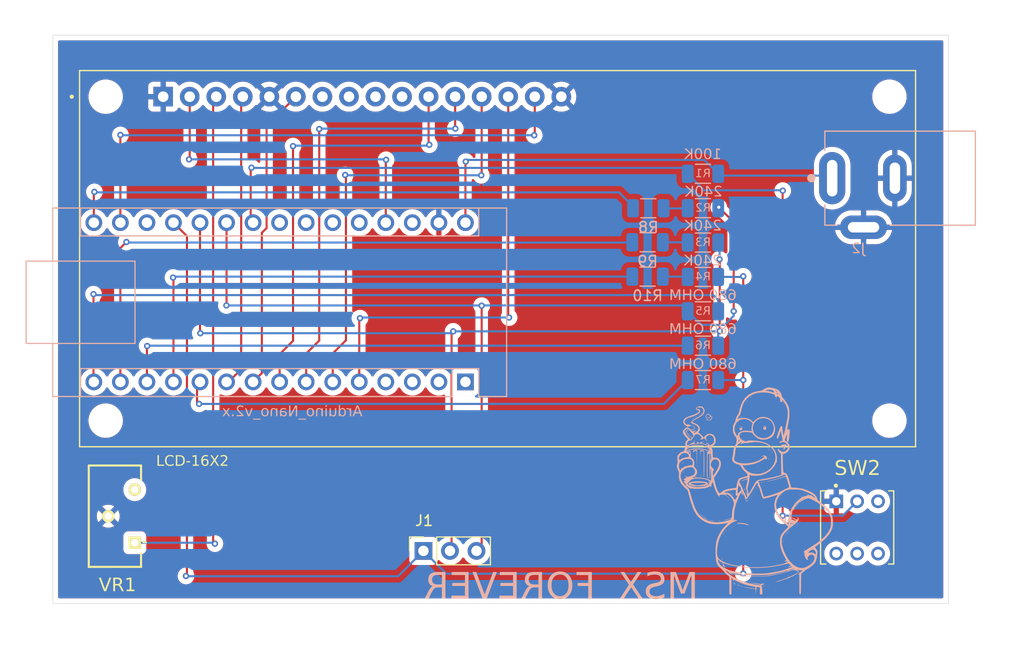
<source format=kicad_pcb>
(kicad_pcb (version 20240108) (generator "pcbnew") (generator_version "8.0")
  (layers (0 "F.Cu" signal) (31 "B.Cu" signal) (34 "B.Paste" user) (35 "F.Paste" user) (36 "B.SilkS" user "B.Silkscreen") (37 "F.SilkS" user "F.Silkscreen") (38 "B.Mask" user) (39 "F.Mask" user) (44 "Edge.Cuts" user))
  (net 0 "")
  (net 1 "+9V")
  (net 2 "D11")
  (net 3 "A1")
  (net 6 "D4")
  (net 7 "D9")
  (net 9 "+5V")
  (net 10 "A3")
  (net 11 "A0")
  (net 12 "A2")
  (net 14 "D10")
  (net 15 "D12")
  (net 18 "D8")
  (net 23 "D13")
  (net 24 "D7")
  (net 25 "D3")
  (net 26 "D5")
  (net 27 "D2")
  (net 28 "D6")
  (net 29 "+3.3V")
  (net 30 "GND")
  (net 31 "Net-(U1-VO)")
  (net 37 "Net-(R2-+)")
  (net 38 "Net-(R3-+)")
  (net 39 "Net-(R10--)")
  (footprint "SamacSys_Parts:T93YB203KT20" (layer "F.Cu") (at 71.785 80.64)
    (property "Reference" "VR1" (at -1.66 4.1075 0) (layer "F.SilkS") (effects (font (size 1.27 1.27) (thickness 0.254))))
    (property "Value" "T93YB203KT20" (hide yes))
    (pad "A1" thru_hole rect (at 0 0 90) (size 1.2 1.2) (drill 0.7) (layers "*.Cu" "*.Mask" "F.SilkS") (net 31 "Net-(U1-VO)"))
    (pad "B1" thru_hole circle (at -2.54 -2.54 90) (size 1.2 1.2) (drill 0.7) (layers "*.Cu" "*.Mask" "F.SilkS") (net 30 "GND"))
    (pad "C1" thru_hole circle (at 0 -5.08 90) (size 1.2 1.2) (drill 0.7) (layers "*.Cu" "*.Mask" "F.SilkS"))
  )
  (footprint "MISHUELLAS:SW_TL2230EEF100" (layer "F.Cu") (at 140.915 79.1775)
    (property "Reference" "SW2" (at 0.03 -5.605 0) (layer "F.SilkS") (effects (font (size 1.4 1.4))))
    (property "Value" "SW_DPST_x2")
    (pad "1" thru_hole rect (at -2 -2.5) (size 1.308 1.308) (drill 0.8) (layers "*.Cu" "*.Mask") (net 30 "GND"))
    (pad "2" thru_hole circle (at 0 -2.5) (size 1.308 1.308) (drill 0.8) (layers "*.Cu" "*.Mask") (net 10 "A3"))
    (pad "3" thru_hole circle (at 2 -2.5) (size 1.308 1.308) (drill 0.8) (layers "*.Cu" "*.Mask"))
    (pad "4" thru_hole circle (at -2 2.5) (size 1.308 1.308) (drill 0.8) (layers "*.Cu" "*.Mask"))
    (pad "5" thru_hole circle (at 0 2.5) (size 1.308 1.308) (drill 0.8) (layers "*.Cu" "*.Mask"))
    (pad "6" thru_hole circle (at 2 2.5) (size 1.308 1.308) (drill 0.8) (layers "*.Cu" "*.Mask"))
  )
  (footprint "footprints:MODULE_LCD-16X2" (layer "F.Cu") (at 106.5025 53.455)
    (property "Reference" "U1" (hide yes))
    (property "Value" "LCD-16X2" (at -29.2 19.41 0) (layer "F.SilkS"))
    (pad "" np_thru_hole circle (at -37.5 -15.5) (size 2.8 2.8) (drill 2.8) (layers "*.Cu" "*.Mask"))
    (pad "" np_thru_hole circle (at -37.5 15.5) (size 2.8 2.8) (drill 2.8) (layers "*.Cu" "*.Mask"))
    (pad "" np_thru_hole circle (at 37.5 -15.5) (size 2.8 2.8) (drill 2.8) (layers "*.Cu" "*.Mask"))
    (pad "" np_thru_hole circle (at 37.5 15.5) (size 2.8 2.8) (drill 2.8) (layers "*.Cu" "*.Mask"))
    (pad "1" thru_hole rect (at -32 -15.5) (size 1.8796 1.8796) (drill 1.016) (layers "*.Cu" "*.Mask") (net 30 "GND"))
    (pad "2" thru_hole circle (at -29.46 -15.5) (size 1.8796 1.8796) (drill 1.016) (layers "*.Cu" "*.Mask") (net 9 "+5V"))
    (pad "3" thru_hole circle (at -26.92 -15.5) (size 1.8796 1.8796) (drill 1.016) (layers "*.Cu" "*.Mask") (net 31 "Net-(U1-VO)"))
    (pad "4" thru_hole circle (at -24.38 -15.5) (size 1.8796 1.8796) (drill 1.016) (layers "*.Cu" "*.Mask") (net 24 "D7"))
    (pad "5" thru_hole circle (at -21.84 -15.5) (size 1.8796 1.8796) (drill 1.016) (layers "*.Cu" "*.Mask") (net 30 "GND"))
    (pad "6" thru_hole circle (at -19.3 -15.5) (size 1.8796 1.8796) (drill 1.016) (layers "*.Cu" "*.Mask") (net 28 "D6"))
    (pad "7" thru_hole circle (at -16.76 -15.5) (size 1.8796 1.8796) (drill 1.016) (layers "*.Cu" "*.Mask"))
    (pad "8" thru_hole circle (at -14.22 -15.5) (size 1.8796 1.8796) (drill 1.016) (layers "*.Cu" "*.Mask"))
    (pad "9" thru_hole circle (at -11.68 -15.5) (size 1.8796 1.8796) (drill 1.016) (layers "*.Cu" "*.Mask"))
    (pad "10" thru_hole circle (at -9.14 -15.5) (size 1.8796 1.8796) (drill 1.016) (layers "*.Cu" "*.Mask"))
    (pad "11" thru_hole circle (at -6.6 -15.5) (size 1.8796 1.8796) (drill 1.016) (layers "*.Cu" "*.Mask") (net 26 "D5"))
    (pad "12" thru_hole circle (at -4.06 -15.5) (size 1.8796 1.8796) (drill 1.016) (layers "*.Cu" "*.Mask") (net 6 "D4"))
    (pad "13" thru_hole circle (at -1.52 -15.5) (size 1.8796 1.8796) (drill 1.016) (layers "*.Cu" "*.Mask") (net 25 "D3"))
    (pad "14" thru_hole circle (at 1.02 -15.5) (size 1.8796 1.8796) (drill 1.016) (layers "*.Cu" "*.Mask") (net 27 "D2"))
    (pad "15" thru_hole circle (at 3.56 -15.5) (size 1.8796 1.8796) (drill 1.016) (layers "*.Cu" "*.Mask") (net 29 "+3.3V"))
    (pad "16" thru_hole circle (at 6.1 -15.5) (size 1.8796 1.8796) (drill 1.016) (layers "*.Cu" "*.Mask") (net 30 "GND"))
  )
  (footprint "Connector_PinSocket_2.54mm:PinSocket_1x03_P2.54mm_Vertical" (layer "F.Cu") (at 99.4075 81.42 90)
    (property "Reference" "J1" (at 2.8925 0.065 0) (layer "F.SilkS"))
    (property "Value" "PINHD_1x3_Female")
    (pad "1" thru_hole rect (at 0 0 90) (size 1.7 1.7) (drill 1) (layers "*.Cu" "*.Mask") (net 11 "A0"))
    (pad "2" thru_hole oval (at 0 2.54 90) (size 1.7 1.7) (drill 1) (layers "*.Cu" "*.Mask") (net 3 "A1"))
    (pad "3" thru_hole oval (at 0 5.08 90) (size 1.7 1.7) (drill 1) (layers "*.Cu" "*.Mask") (net 12 "A2"))
  )
  (footprint "LOGOS:TRASERA HOMER 20X23" (layer "F.Cu") (at 130.669057 75.566276)
    (property "Reference" "G***" (hide yes))
    (property "Value" "LOGO" (hide yes))
  )
  (footprint "Module:Arduino_Nano" (layer "B.Cu") (at 103.4275 65.25 90)
    (property "Reference" "A1" (hide yes))
    (property "Value" "Arduino_Nano_v2.x" (at -2.8675 -16.5775 180) (layer "B.SilkS") (effects (justify mirror)))
    (pad "1" thru_hole rect (at 0 0 90) (size 1.6 1.6) (drill 1) (layers "*.Cu" "*.Mask"))
    (pad "2" thru_hole oval (at 0 -2.54 90) (size 1.6 1.6) (drill 1) (layers "*.Cu" "*.Mask"))
    (pad "3" thru_hole oval (at 0 -5.08 90) (size 1.6 1.6) (drill 1) (layers "*.Cu" "*.Mask"))
    (pad "4" thru_hole oval (at 0 -7.62 90) (size 1.6 1.6) (drill 1) (layers "*.Cu" "*.Mask"))
    (pad "5" thru_hole oval (at 0 -10.16 90) (size 1.6 1.6) (drill 1) (layers "*.Cu" "*.Mask") (net 27 "D2"))
    (pad "6" thru_hole oval (at 0 -12.7 90) (size 1.6 1.6) (drill 1) (layers "*.Cu" "*.Mask") (net 25 "D3"))
    (pad "7" thru_hole oval (at 0 -15.24 90) (size 1.6 1.6) (drill 1) (layers "*.Cu" "*.Mask") (net 6 "D4"))
    (pad "8" thru_hole oval (at 0 -17.78 90) (size 1.6 1.6) (drill 1) (layers "*.Cu" "*.Mask") (net 26 "D5"))
    (pad "9" thru_hole oval (at 0 -20.32 90) (size 1.6 1.6) (drill 1) (layers "*.Cu" "*.Mask") (net 28 "D6"))
    (pad "10" thru_hole oval (at 0 -22.86 90) (size 1.6 1.6) (drill 1) (layers "*.Cu" "*.Mask") (net 24 "D7"))
    (pad "11" thru_hole oval (at 0 -25.4 90) (size 1.6 1.6) (drill 1) (layers "*.Cu" "*.Mask") (net 18 "D8"))
    (pad "12" thru_hole oval (at 0 -27.94 90) (size 1.6 1.6) (drill 1) (layers "*.Cu" "*.Mask") (net 7 "D9"))
    (pad "13" thru_hole oval (at 0 -30.48 90) (size 1.6 1.6) (drill 1) (layers "*.Cu" "*.Mask") (net 14 "D10"))
    (pad "14" thru_hole oval (at 0 -33.02 90) (size 1.6 1.6) (drill 1) (layers "*.Cu" "*.Mask") (net 2 "D11"))
    (pad "15" thru_hole oval (at 0 -35.56 90) (size 1.6 1.6) (drill 1) (layers "*.Cu" "*.Mask") (net 15 "D12"))
    (pad "16" thru_hole oval (at 15.24 -35.56 90) (size 1.6 1.6) (drill 1) (layers "*.Cu" "*.Mask") (net 23 "D13"))
    (pad "17" thru_hole oval (at 15.24 -33.02 90) (size 1.6 1.6) (drill 1) (layers "*.Cu" "*.Mask") (net 29 "+3.3V"))
    (pad "18" thru_hole oval (at 15.24 -30.48 90) (size 1.6 1.6) (drill 1) (layers "*.Cu" "*.Mask"))
    (pad "19" thru_hole oval (at 15.24 -27.94 90) (size 1.6 1.6) (drill 1) (layers "*.Cu" "*.Mask") (net 11 "A0"))
    (pad "20" thru_hole oval (at 15.24 -25.4 90) (size 1.6 1.6) (drill 1) (layers "*.Cu" "*.Mask") (net 3 "A1"))
    (pad "21" thru_hole oval (at 15.24 -22.86 90) (size 1.6 1.6) (drill 1) (layers "*.Cu" "*.Mask") (net 12 "A2"))
    (pad "22" thru_hole oval (at 15.24 -20.32 90) (size 1.6 1.6) (drill 1) (layers "*.Cu" "*.Mask") (net 10 "A3"))
    (pad "23" thru_hole oval (at 15.24 -17.78 90) (size 1.6 1.6) (drill 1) (layers "*.Cu" "*.Mask"))
    (pad "24" thru_hole oval (at 15.24 -15.24 90) (size 1.6 1.6) (drill 1) (layers "*.Cu" "*.Mask"))
    (pad "25" thru_hole oval (at 15.24 -12.7 90) (size 1.6 1.6) (drill 1) (layers "*.Cu" "*.Mask"))
    (pad "26" thru_hole oval (at 15.24 -10.16 90) (size 1.6 1.6) (drill 1) (layers "*.Cu" "*.Mask"))
    (pad "27" thru_hole oval (at 15.24 -7.62 90) (size 1.6 1.6) (drill 1) (layers "*.Cu" "*.Mask") (net 9 "+5V"))
    (pad "28" thru_hole oval (at 15.24 -5.08 90) (size 1.6 1.6) (drill 1) (layers "*.Cu" "*.Mask"))
    (pad "29" thru_hole oval (at 15.24 -2.54 90) (size 1.6 1.6) (drill 1) (layers "*.Cu" "*.Mask") (net 30 "GND"))
    (pad "30" thru_hole oval (at 15.24 0 90) (size 1.6 1.6) (drill 1) (layers "*.Cu" "*.Mask") (net 1 "+9V"))
  )
  (footprint "Resistor_SMD:R_1206_3216Metric" (layer "B.Cu") (at 126.1575 48.6225)
    (property "Reference" "R2" (hide yes))
    (property "Value" "240K" (at 0.07 -1.5325 0) (layer "B.SilkS") (effects (justify mirror)))
    (fp_text user "${REFERENCE}" (at 0 0 0) (layer "B.SilkS") (effects (font (size 0.8 0.8) (thickness 0.12)) (justify mirror)))
    (pad "1" smd roundrect (at -1.4625 0) (size 1.125 1.75) (layers "B.Cu" "B.Paste" "B.Mask") (roundrect_rratio 0.2222222222) (net 37 "Net-(R2-+)"))
    (pad "2" smd roundrect (at 1.4625 0) (size 1.125 1.75) (layers "B.Cu" "B.Paste" "B.Mask") (roundrect_rratio 0.2222222222) (net 12 "A2"))
  )
  (footprint "Resistor_SMD:R_1206_3216Metric" (layer "B.Cu") (at 126.1575 58.4925)
    (property "Reference" "R5" (hide yes))
    (property "Value" "680 OHM" (at -0.0025 -1.4975 0) (layer "B.SilkS") (effects (justify mirror)))
    (fp_text user "${REFERENCE}" (at 0 0 0) (layer "B.SilkS") (effects (font (size 0.8 0.8) (thickness 0.12)) (justify mirror)))
    (pad "1" smd roundrect (at -1.4625 0) (size 1.125 1.75) (layers "B.Cu" "B.Paste" "B.Mask") (roundrect_rratio 0.2222222222) (net 12 "A2"))
    (pad "2" smd roundrect (at 1.4625 0) (size 1.125 1.75) (layers "B.Cu" "B.Paste" "B.Mask") (roundrect_rratio 0.2222222222) (net 15 "D12"))
  )
  (footprint "Resistor_SMD:R_1206_3216Metric" (layer "B.Cu") (at 126.1575 61.7825 180)
    (property "Reference" "R6" (hide yes))
    (property "Value" "680 OHM" (at 0.0025 1.5425 180) (layer "B.SilkS") (effects (justify mirror)))
    (fp_text user "${REFERENCE}" (at 0 0 180) (layer "B.SilkS") (effects (font (size 0.8 0.8) (thickness 0.12)) (justify mirror)))
    (pad "1" smd roundrect (at -1.4625 0 180) (size 1.125 1.75) (layers "B.Cu" "B.Paste" "B.Mask") (roundrect_rratio 0.2222222222) (net 3 "A1"))
    (pad "2" smd roundrect (at 1.4625 0 180) (size 1.125 1.75) (layers "B.Cu" "B.Paste" "B.Mask") (roundrect_rratio 0.2222222222) (net 14 "D10"))
  )
  (footprint "Resistor_SMD:R_1206_3216Metric" (layer "B.Cu") (at 126.1575 65.0725 180)
    (property "Reference" "R7" (hide yes))
    (property "Value" "680 OHM" (at 0.0075 1.4825 180) (layer "B.SilkS") (effects (justify mirror)))
    (fp_text user "${REFERENCE}" (at 0 0 180) (layer "B.SilkS") (effects (font (size 0.8 0.8) (thickness 0.12)) (justify mirror)))
    (pad "1" smd roundrect (at -1.4625 0 180) (size 1.125 1.75) (layers "B.Cu" "B.Paste" "B.Mask") (roundrect_rratio 0.2222222222) (net 11 "A0"))
    (pad "2" smd roundrect (at 1.4625 0 180) (size 1.125 1.75) (layers "B.Cu" "B.Paste" "B.Mask") (roundrect_rratio 0.2222222222) (net 18 "D8"))
  )
  (footprint "MISHUELLAS:CUI_PJ-002B" (layer "B.Cu") (at 138.525 45.7525)
    (property "Reference" "J2" (at 2.486547 6.769195 0) (layer "B.SilkS") (effects (font (size 1.000622 1.000622)) (justify mirror)))
    (property "Value" "PJ-002B")
    (pad "1" thru_hole oval (at 0 0) (size 2.5 5) (drill oval 1 3.5) (layers "*.Cu" "*.Mask") (net 1 "+9V"))
    (pad "2" thru_hole oval (at 6 0) (size 2.25 4.5) (drill oval 1 3) (layers "*.Cu" "*.Mask") (net 30 "GND"))
    (pad "3" thru_hole oval (at 3 4.7) (size 4.5 2.25) (drill oval 3 1) (layers "*.Cu" "*.Mask") (net 30 "GND"))
  )
  (footprint "Resistor_SMD:R_1206_3216Metric" (layer "B.Cu") (at 126.1575 45.3325)
    (property "Reference" "R1" (hide yes))
    (property "Value" "100K" (at 0 -1.82 0) (layer "B.SilkS") (effects (justify mirror)))
    (fp_text user "${REFERENCE}" (at 0 0 0) (layer "B.SilkS") (effects (font (size 0.8 0.8) (thickness 0.12)) (justify mirror)))
    (pad "1" smd roundrect (at -1.4625 0) (size 1.125 1.75) (layers "B.Cu" "B.Paste" "B.Mask") (roundrect_rratio 0.2222222222) (net 10 "A3"))
    (pad "2" smd roundrect (at 1.4625 0) (size 1.125 1.75) (layers "B.Cu" "B.Paste" "B.Mask") (roundrect_rratio 0.2222222222) (net 1 "+9V"))
  )
  (footprint "Resistor_SMD:R_1206_3216Metric" (layer "B.Cu") (at 126.1575 51.9125)
    (property "Reference" "R3" (hide yes))
    (property "Value" "240K" (at -0.0025 -1.5675 0) (layer "B.SilkS") (effects (justify mirror)))
    (fp_text user "${REFERENCE}" (at 0 0 0) (layer "B.SilkS") (effects (font (size 0.8 0.8) (thickness 0.12)) (justify mirror)))
    (pad "1" smd roundrect (at -1.4625 0) (size 1.125 1.75) (layers "B.Cu" "B.Paste" "B.Mask") (roundrect_rratio 0.2222222222) (net 38 "Net-(R3-+)"))
    (pad "2" smd roundrect (at 1.4625 0) (size 1.125 1.75) (layers "B.Cu" "B.Paste" "B.Mask") (roundrect_rratio 0.2222222222) (net 3 "A1"))
  )
  (footprint "Resistor_SMD:R_1206_3216Metric" (layer "B.Cu") (at 120.93 48.6325)
    (property "Reference" "R8" (at 0 1.82 360) (layer "B.SilkS") (effects (justify mirror)))
    (property "Value" "240K")
    (pad "1" smd roundrect (at -1.4625 0) (size 1.125 1.75) (layers "B.Cu" "B.Paste" "B.Mask") (roundrect_rratio 0.2222222222) (net 23 "D13"))
    (pad "2" smd roundrect (at 1.4625 0) (size 1.125 1.75) (layers "B.Cu" "B.Paste" "B.Mask") (roundrect_rratio 0.2222222222) (net 37 "Net-(R2-+)"))
  )
  (footprint "Resistor_SMD:R_1206_3216Metric" (layer "B.Cu") (at 120.8625 51.885)
    (property "Reference" "R9" (at 0 1.82 360) (layer "B.SilkS") (effects (justify mirror)))
    (property "Value" "240K")
    (pad "1" smd roundrect (at -1.4625 0) (size 1.125 1.75) (layers "B.Cu" "B.Paste" "B.Mask") (roundrect_rratio 0.2222222222) (net 2 "D11"))
    (pad "2" smd roundrect (at 1.4625 0) (size 1.125 1.75) (layers "B.Cu" "B.Paste" "B.Mask") (roundrect_rratio 0.2222222222) (net 38 "Net-(R3-+)"))
  )
  (footprint "Resistor_SMD:R_1206_3216Metric" (layer "B.Cu") (at 126.1575 55.2025)
    (property "Reference" "R4" (hide yes))
    (property "Value" "240K" (at -0.035 -1.5175 0) (layer "B.SilkS") (effects (justify mirror)))
    (fp_text user "${REFERENCE}" (at 0 0 0) (layer "B.SilkS") (effects (font (size 0.8 0.8) (thickness 0.12)) (justify mirror)))
    (pad "1" smd roundrect (at -1.4625 0) (size 1.125 1.75) (layers "B.Cu" "B.Paste" "B.Mask") (roundrect_rratio 0.2222222222) (net 39 "Net-(R10--)"))
    (pad "2" smd roundrect (at 1.4625 0) (size 1.125 1.75) (layers "B.Cu" "B.Paste" "B.Mask") (roundrect_rratio 0.2222222222) (net 11 "A0"))
  )
  (footprint "Resistor_SMD:R_1206_3216Metric" (layer "B.Cu") (at 120.8625 55.175)
    (property "Reference" "R10" (at 0 1.82 360) (layer "B.SilkS") (effects (justify mirror)))
    (property "Value" "240K")
    (pad "1" smd roundrect (at -1.4625 0) (size 1.125 1.75) (layers "B.Cu" "B.Paste" "B.Mask") (roundrect_rratio 0.2222222222) (net 7 "D9"))
    (pad "2" smd roundrect (at 1.4625 0) (size 1.125 1.75) (layers "B.Cu" "B.Paste" "B.Mask") (roundrect_rratio 0.2222222222) (net 39 "Net-(R10--)"))
  )
  (gr_rect (start 63.95 32.0675) (end 149.65 86.46) (stroke (width 0.05)) (fill none) (layer "Edge.Cuts"))
  (gr_text "MSX  FOREVER" (at 125.727303 86.414557 0) (layer "B.SilkS") (effects (font (size 2.5 2.5) (thickness 0.1)) (justify left bottom mirror)))
  (segment (start 103.4275 44.2) (end 103.4575 44.17) (width 0.2) (layer "F.Cu") (net 1))
  (segment (start 103.4275 50.01) (end 103.4275 44.2) (width 0.2) (layer "F.Cu") (net 1))
  (via (at 103.4575 44.17) (size 0.6) (drill 0.3) (layers "F.Cu" "B.Cu") (net 1))
  (segment (start 138.2825 45.51) (end 138.525 45.7525) (width 0.2) (layer "B.Cu") (net 1))
  (segment (start 127.62 45.3325) (end 127.7975 45.51) (width 0.2) (layer "B.Cu") (net 1))
  (segment (start 103.6225 44.005) (end 126.2925 44.005) (width 0.2) (layer "B.Cu") (net 1))
  (segment (start 127.7975 45.51) (end 138.2825 45.51) (width 0.2) (layer "B.Cu") (net 1))
  (segment (start 126.2925 44.005) (end 127.62 45.3325) (width 0.2) (layer "B.Cu") (net 1))
  (segment (start 103.4575 44.17) (end 103.6225 44.005) (width 0.2) (layer "B.Cu") (net 1))
  (segment (start 70.985 51.8625) (end 70.4075 52.44) (width 0.2) (layer "F.Cu") (net 2))
  (segment (start 70.4075 52.44) (end 70.4075 65.25) (width 0.2) (layer "F.Cu") (net 2))
  (via (at 70.985 51.8625) (size 0.6) (drill 0.3) (layers "F.Cu" "B.Cu") (net 2))
  (segment (start 71.035 51.9125) (end 119.3725 51.9125) (width 0.2) (layer "B.Cu") (net 2))
  (segment (start 119.3725 51.9125) (end 119.4 51.885) (width 0.2) (layer "B.Cu") (net 2))
  (segment (start 70.985 51.8625) (end 71.035 51.9125) (width 0.2) (layer "B.Cu") (net 2))
  (segment (start 102.1025 81.265) (end 102.1025 60.5675) (width 0.2) (layer "F.Cu") (net 3))
  (segment (start 127.7475 53.52) (end 127.7675 53.54) (width 0.2) (layer "F.Cu") (net 3))
  (segment (start 78.0275 50.01) (end 78.0275 60.56) (width 0.2) (layer "F.Cu") (net 3))
  (segment (start 102.1025 60.5675) (end 102.2575 60.4125) (width 0.2) (layer "F.Cu") (net 3))
  (segment (start 78.0275 60.56) (end 78.0575 60.59) (width 0.2) (layer "F.Cu") (net 3))
  (segment (start 101.9475 81.42) (end 102.1025 81.265) (width 0.2) (layer "F.Cu") (net 3))
  (segment (start 127.7675 53.54) (end 127.7675 60.3925) (width 0.2) (layer "F.Cu") (net 3))
  (via (at 127.7675 60.3925) (size 0.6) (drill 0.3) (layers "F.Cu" "B.Cu") (net 3))
  (via (at 78.0575 60.59) (size 0.6) (drill 0.3) (layers "F.Cu" "B.Cu") (net 3))
  (via (at 127.7475 53.52) (size 0.6) (drill 0.3) (layers "F.Cu" "B.Cu") (net 3))
  (via (at 102.2575 60.4125) (size 0.6) (drill 0.3) (layers "F.Cu" "B.Cu") (net 3))
  (segment (start 102.2575 60.4125) (end 127.7475 60.4125) (width 0.2) (layer "B.Cu") (net 3))
  (segment (start 102.08 60.59) (end 102.2575 60.4125) (width 0.2) (layer "B.Cu") (net 3))
  (segment (start 127.62 51.9125) (end 127.705 51.9125) (width 0.2) (layer "B.Cu") (net 3))
  (segment (start 127.7475 60.4125) (end 127.7675 60.3925) (width 0.2) (layer "B.Cu") (net 3))
  (segment (start 127.62 61.7825) (end 127.62 60.54) (width 0.2) (layer "B.Cu") (net 3))
  (segment (start 127.62 60.54) (end 127.7675 60.3925) (width 0.2) (layer "B.Cu") (net 3))
  (segment (start 127.7475 53.52) (end 127.7475 52.04) (width 0.2) (layer "B.Cu") (net 3))
  (segment (start 127.7475 52.04) (end 127.62 51.9125) (width 0.2) (layer "B.Cu") (net 3))
  (segment (start 78.0575 60.59) (end 102.08 60.59) (width 0.2) (layer "B.Cu") (net 3))
  (segment (start 102.4425 40.99) (end 102.4625 41.01) (width 0.2) (layer "F.Cu") (net 6))
  (segment (start 102.4425 37.955) (end 102.4425 40.99) (width 0.2) (layer "F.Cu") (net 6))
  (segment (start 88.1875 62.5425) (end 89.4375 61.2925) (width 0.2) (layer "F.Cu") (net 6))
  (segment (start 88.1875 65.25) (end 88.1875 62.5425) (width 0.2) (layer "F.Cu") (net 6))
  (segment (start 89.4375 41.0475) (end 89.4375 61.2925) (width 0.2) (layer "F.Cu") (net 6))
  (via (at 102.4625 41.01) (size 0.6) (drill 0.3) (layers "F.Cu" "B.Cu") (net 6))
  (via (at 89.4375 41.0475) (size 0.6) (drill 0.3) (layers "F.Cu" "B.Cu") (net 6))
  (segment (start 89.475 41.01) (end 102.4625 41.01) (width 0.2) (layer "B.Cu") (net 6))
  (segment (start 89.4375 41.0475) (end 89.475 41.01) (width 0.2) (layer "B.Cu") (net 6))
  (segment (start 75.4875 55.3025) (end 75.4875 65.25) (width 0.2) (layer "F.Cu") (net 7))
  (segment (start 75.45 55.265) (end 75.4875 55.3025) (width 0.2) (layer "F.Cu") (net 7))
  (via (at 75.45 55.265) (size 0.6) (drill 0.3) (layers "F.Cu" "B.Cu") (net 7))
  (segment (start 75.54 55.175) (end 75.45 55.265) (width 0.2) (layer "B.Cu") (net 7))
  (segment (start 119.4 55.175) (end 75.54 55.175) (width 0.2) (layer "B.Cu") (net 7))
  (segment (start 77.0425 43.8875) (end 76.9775 43.9525) (width 0.2) (layer "F.Cu") (net 9))
  (segment (start 95.8075 44.025) (end 95.8075 50.01) (width 0.2) (layer "F.Cu") (net 9))
  (segment (start 95.8375 43.995) (end 95.8075 44.025) (width 0.2) (layer "F.Cu") (net 9))
  (segment (start 77.0425 37.955) (end 77.0425 43.8875) (width 0.2) (layer "F.Cu") (net 9))
  (via (at 76.9775 43.9525) (size 0.6) (drill 0.3) (layers "F.Cu" "B.Cu") (net 9))
  (via (at 95.8375 43.995) (size 0.6) (drill 0.3) (layers "F.Cu" "B.Cu") (net 9))
  (segment (start 76.9775 43.9525) (end 95.795 43.9525) (width 0.2) (layer "B.Cu") (net 9))
  (segment (start 95.795 43.9525) (end 95.8375 43.995) (width 0.2) (layer "B.Cu") (net 9))
  (segment (start 133.7825 78.055) (end 133.7825 46.96) (width 0.2) (layer "F.Cu") (net 10))
  (segment (start 82.8775 44.825) (end 82.8775 49.2225) (width 0.2) (layer "F.Cu") (net 10))
  (segment (start 133.7825 46.96) (end 133.795 46.9475) (width 0.2) (layer "F.Cu") (net 10))
  (segment (start 82.955 44.7475) (end 82.8775 44.825) (width 0.2) (layer "F.Cu") (net 10))
  (via (at 133.795 46.9475) (size 0.6) (drill 0.3) (layers "F.Cu" "B.Cu") (net 10))
  (via (at 82.955 44.7475) (size 0.6) (drill 0.3) (layers "F.Cu" "B.Cu") (net 10))
  (via (at 133.7825 78.055) (size 0.6) (drill 0.3) (layers "F.Cu" "B.Cu") (net 10))
  (segment (start 139.5375 78.055) (end 133.7825 78.055) (width 0.2) (layer "B.Cu") (net 10))
  (segment (start 140.915 76.6775) (end 139.5375 78.055) (width 0.2) (layer "B.Cu") (net 10))
  (segment (start 124.1325 44.77) (end 124.695 45.3325) (width 0.2) (layer "B.Cu") (net 10))
  (segment (start 82.955 44.7475) (end 82.9775 44.77) (width 0.2) (layer "B.Cu") (net 10))
  (segment (start 82.9775 44.77) (end 124.1325 44.77) (width 0.2) (layer "B.Cu") (net 10))
  (segment (start 133.795 46.9475) (end 133.795 46.91) (width 0.2) (layer "B.Cu") (net 10))
  (segment (start 126.2725 46.91) (end 124.695 45.3325) (width 0.2) (layer "B.Cu") (net 10))
  (segment (start 133.795 46.91) (end 126.2725 46.91) (width 0.2) (layer "B.Cu") (net 10))
  (segment (start 76.7775 51.3) (end 75.4875 50.01) (width 0.2) (layer "F.Cu") (net 11))
  (segment (start 130.0125 65.0775) (end 130.0125 55.145) (width 0.2) (layer "F.Cu") (net 11))
  (segment (start 76.685 83.825) (end 76.7775 83.7325) (width 0.2) (layer "F.Cu") (net 11))
  (segment (start 130.0125 83.58) (end 130.0125 65.0775) (width 0.2) (layer "F.Cu") (net 11))
  (segment (start 76.7775 83.7325) (end 76.7775 51.3) (width 0.2) (layer "F.Cu") (net 11))
  (via (at 130.0125 83.58) (size 0.6) (drill 0.3) (layers "F.Cu" "B.Cu") (net 11))
  (via (at 76.685 83.825) (size 0.6) (drill 0.3) (layers "F.Cu" "B.Cu") (net 11))
  (via (at 130.0125 55.145) (size 0.6) (drill 0.3) (layers "F.Cu" "B.Cu") (net 11))
  (via (at 130.0125 65.0775) (size 0.6) (drill 0.3) (layers "F.Cu" "B.Cu") (net 11))
  (segment (start 127.62 55.2025) (end 129.955 55.2025) (width 0.2) (layer "B.Cu") (net 11))
  (segment (start 129.9875 83.605) (end 101.5925 83.605) (width 0.2) (layer "B.Cu") (net 11))
  (segment (start 130.0075 65.0725) (end 127.62 65.0725) (width 0.2) (layer "B.Cu") (net 11))
  (segment (start 76.685 83.825) (end 76.7075 83.8475) (width 0.2) (layer "B.Cu") (net 11))
  (segment (start 96.98 83.8475) (end 99.4075 81.42) (width 0.2) (layer "B.Cu") (net 11))
  (segment (start 76.7075 83.8475) (end 96.98 83.8475) (width 0.2) (layer "B.Cu") (net 11))
  (segment (start 129.955 55.2025) (end 130.0125 55.145) (width 0.2) (layer "B.Cu") (net 11))
  (segment (start 130.0125 83.58) (end 129.9875 83.605) (width 0.2) (layer "B.Cu") (net 11))
  (segment (start 101.5925 83.605) (end 99.4075 81.42) (width 0.2) (layer "B.Cu") (net 11))
  (segment (start 130.0125 65.0775) (end 130.0075 65.0725) (width 0.2) (layer "B.Cu") (net 11))
  (segment (start 104.9825 80.925) (end 104.4875 81.42) (width 0.2) (layer "F.Cu") (net 12))
  (segment (start 127.6725 48.5375) (end 129.1 49.965) (width 0.2) (layer "F.Cu") (net 12))
  (segment (start 80.5675 57.92) (end 80.555 57.9325) (width 0.2) (layer "F.Cu") (net 12))
  (segment (start 80.5675 50.01) (end 80.5675 57.92) (width 0.2) (layer "F.Cu") (net 12))
  (segment (start 129.1 49.965) (end 129.1 58.4875) (width 0.2) (layer "F.Cu") (net 12))
  (segment (start 104.9825 57.955) (end 104.9825 80.925) (width 0.2) (layer "F.Cu") (net 12))
  (via (at 129.1 58.4875) (size 0.6) (drill 0.3) (layers "F.Cu" "B.Cu") (net 12))
  (via (at 127.6725 48.5375) (size 0.6) (drill 0.3) (layers "F.Cu" "B.Cu") (net 12))
  (via (at 80.555 57.9325) (size 0.6) (drill 0.3) (layers "F.Cu" "B.Cu") (net 12))
  (via (at 104.9825 57.955) (size 0.6) (drill 0.3) (layers "F.Cu" "B.Cu") (net 12))
  (segment (start 104.9825 57.955) (end 104.96 57.9325) (width 0.2) (layer "B.Cu") (net 12))
  (segment (start 128.2375 59.7925) (end 125.995 59.7925) (width 0.2) (layer "B.Cu") (net 12))
  (segment (start 104.96 57.9325) (end 80.555 57.9325) (width 0.2) (layer "B.Cu") (net 12))
  (segment (start 125.995 59.7925) (end 124.695 58.4925) (width 0.2) (layer "B.Cu") (net 12))
  (segment (start 105.0075 57.93) (end 124.1325 57.93) (width 0.2) (layer "B.Cu") (net 12))
  (segment (start 127.62 48.6225) (end 127.62 48.59) (width 0.2) (layer "B.Cu") (net 12))
  (segment (start 129.1 58.4875) (end 129.1 58.93) (width 0.2) (layer "B.Cu") (net 12))
  (segment (start 104.9825 57.955) (end 105.0075 57.93) (width 0.2) (layer "B.Cu") (net 12))
  (segment (start 124.1325 57.93) (end 124.695 58.4925) (width 0.2) (layer "B.Cu") (net 12))
  (segment (start 129.1 58.93) (end 128.2375 59.7925) (width 0.2) (layer "B.Cu") (net 12))
  (segment (start 127.62 48.59) (end 127.6725 48.5375) (width 0.2) (layer "B.Cu") (net 12))
  (segment (start 72.9475 61.8375) (end 72.9475 65.25) (width 0.2) (layer "F.Cu") (net 14))
  (segment (start 72.97 61.815) (end 72.9475 61.8375) (width 0.2) (layer "F.Cu") (net 14))
  (via (at 72.97 61.815) (size 0.6) (drill 0.3) (layers "F.Cu" "B.Cu") (net 14))
  (segment (start 72.97 61.815) (end 73.0025 61.7825) (width 0.2) (layer "B.Cu") (net 14))
  (segment (start 73.0025 61.7825) (end 124.695 61.7825) (width 0.2) (layer "B.Cu") (net 14))
  (segment (start 67.835 56.8525) (end 67.835 65.2175) (width 0.2) (layer "F.Cu") (net 15))
  (segment (start 67.835 65.2175) (end 67.8675 65.25) (width 0.2) (layer "F.Cu") (net 15))
  (via (at 67.835 56.8525) (size 0.6) (drill 0.3) (layers "F.Cu" "B.Cu") (net 15))
  (segment (start 67.9275 56.945) (end 127.15 56.945) (width 0.2) (layer "B.Cu") (net 15))
  (segment (start 127.62 57.415) (end 127.62 58.4925) (width 0.2) (layer "B.Cu") (net 15))
  (segment (start 67.835 56.8525) (end 67.9275 56.945) (width 0.2) (layer "B.Cu") (net 15))
  (segment (start 127.15 56.945) (end 127.62 57.415) (width 0.2) (layer "B.Cu") (net 15))
  (segment (start 77.935 67.355) (end 77.7425 67.1625) (width 0.2) (layer "F.Cu") (net 18))
  (segment (start 77.7425 67.1625) (end 77.7425 65.25) (width 0.2) (layer "F.Cu") (net 18))
  (via (at 77.935 67.355) (size 0.6) (drill 0.3) (layers "F.Cu" "B.Cu") (net 18))
  (segment (start 77.935 67.355) (end 122.4125 67.355) (width 0.2) (layer "B.Cu") (net 18))
  (segment (start 122.4125 67.355) (end 124.695 65.0725) (width 0.2) (layer "B.Cu") (net 18))
  (segment (start 67.92 47.065) (end 67.8675 47.1175) (width 0.2) (layer "F.Cu") (net 23))
  (segment (start 67.8675 47.1175) (end 67.8675 50.01) (width 0.2) (layer "F.Cu") (net 23))
  (via (at 67.92 47.065) (size 0.6) (drill 0.3) (layers "F.Cu" "B.Cu") (net 23))
  (segment (start 67.965 47.11) (end 118.1225 47.11) (width 0.2) (layer "B.Cu") (net 23))
  (segment (start 118.1225 47.11) (end 119.66 48.6475) (width 0.2) (layer "B.Cu") (net 23))
  (segment (start 67.92 47.065) (end 67.965 47.11) (width 0.2) (layer "B.Cu") (net 23))
  (segment (start 81.9675 38.11) (end 81.9675 64.0375) (width 0.2) (layer "F.Cu") (net 24))
  (segment (start 82.1225 37.955) (end 81.9675 38.11) (width 0.2) (layer "F.Cu") (net 24))
  (segment (start 81.1125 64.8925) (end 80.5675 64.8925) (width 0.2) (layer "F.Cu") (net 24))
  (segment (start 81.9675 64.0375) (end 81.1125 64.8925) (width 0.2) (layer "F.Cu") (net 24))
  (segment (start 104.9825 45.4375) (end 104.9425 45.4775) (width 0.2) (layer "F.Cu") (net 25))
  (segment (start 90.7275 62.5325) (end 91.9925 61.2675) (width 0.2) (layer "F.Cu") (net 25))
  (segment (start 91.9925 45.52) (end 91.9925 61.2675) (width 0.2) (layer "F.Cu") (net 25))
  (segment (start 90.7275 65.25) (end 90.7275 62.5325) (width 0.2) (layer "F.Cu") (net 25))
  (segment (start 91.92 45.4475) (end 91.9925 45.52) (width 0.2) (layer "F.Cu") (net 25))
  (segment (start 104.9825 37.955) (end 104.9825 45.4375) (width 0.2) (layer "F.Cu") (net 25))
  (via (at 104.9425 45.4775) (size 0.6) (drill 0.3) (layers "F.Cu" "B.Cu") (net 25))
  (via (at 91.92 45.4475) (size 0.6) (drill 0.3) (layers "F.Cu" "B.Cu") (net 25))
  (segment (start 91.95 45.4775) (end 104.9425 45.4775) (width 0.2) (layer "B.Cu") (net 25))
  (segment (start 91.92 45.4475) (end 91.95 45.4775) (width 0.2) (layer "B.Cu") (net 25))
  (segment (start 86.93 61.32) (end 85.6475 62.6025) (width 0.2) (layer "F.Cu") (net 26))
  (segment (start 86.9275 42.685) (end 86.9275 45.87) (width 0.2) (layer "F.Cu") (net 26))
  (segment (start 99.9025 42.49) (end 99.9025 37.955) (width 0.2) (layer "F.Cu") (net 26))
  (segment (start 86.9275 45.87) (end 86.93 45.8725) (width 0.2) (layer "F.Cu") (net 26))
  (segment (start 85.6475 62.6025) (end 85.6475 65.25) (width 0.2) (layer "F.Cu") (net 26))
  (segment (start 86.93 45.8725) (end 86.93 61.32) (width 0.2) (layer "F.Cu") (net 26))
  (segment (start 99.96875 42.55625) (end 99.9025 42.49) (width 0.2) (layer "F.Cu") (net 26))
  (via (at 99.96875 42.55625) (size 0.6) (drill 0.3) (layers "F.Cu" "B.Cu") (net 26))
  (via (at 86.9275 42.685) (size 0.6) (drill 0.3) (layers "F.Cu" "B.Cu") (net 26))
  (segment (start 86.9725 42.64) (end 86.9275 42.685) (width 0.2) (layer "B.Cu") (net 26))
  (segment (start 99.96875 42.55625) (end 99.885 42.64) (width 0.2) (layer "B.Cu") (net 26))
  (segment (start 99.885 42.64) (end 86.9725 42.64) (width 0.2) (layer "B.Cu") (net 26))
  (segment (start 107.5225 37.955) (end 107.5225 59.01) (width 0.2) (layer "F.Cu") (net 27))
  (segment (start 93.2675 59.2175) (end 93.3325 59.1525) (width 0.2) (layer "F.Cu") (net 27))
  (segment (start 107.5225 59.01) (end 107.6 59.0875) (width 0.2) (layer "F.Cu") (net 27))
  (segment (start 93.2675 65.25) (end 93.2675 59.2175) (width 0.2) (layer "F.Cu") (net 27))
  (via (at 107.6 59.0875) (size 0.6) (drill 0.3) (layers "F.Cu" "B.Cu") (net 27))
  (via (at 93.3325 59.1525) (size 0.6) (drill 0.3) (layers "F.Cu" "B.Cu") (net 27))
  (segment (start 93.3975 59.0875) (end 107.6 59.0875) (width 0.2) (layer "B.Cu") (net 27))
  (segment (start 93.3325 59.1525) (end 93.3975 59.0875) (width 0.2) (layer "B.Cu") (net 27))
  (segment (start 83.945 50.9825) (end 84.4 50.5275) (width 0.2) (layer "F.Cu") (net 28))
  (segment (start 83.945 64.4125) (end 83.945 50.9825) (width 0.2) (layer "F.Cu") (net 28))
  (segment (start 83.1075 65.25) (end 83.945 64.4125) (width 0.2) (layer "F.Cu") (net 28))
  (segment (start 84.4 50.5275) (end 84.4 40.7575) (width 0.2) (layer "F.Cu") (net 28))
  (segment (start 84.4 40.7575) (end 87.2025 37.955) (width 0.2) (layer "F.Cu") (net 28))
  (segment (start 70.41 41.615) (end 70.4075 41.6175) (width 0.2) (layer "F.Cu") (net 29))
  (segment (start 110.0625 37.955) (end 110.0625 41.595) (width 0.2) (layer "F.Cu") (net 29))
  (segment (start 110.0625 41.595) (end 110.01 41.6475) (width 0.2) (layer "F.Cu") (net 29))
  (segment (start 70.4075 41.6175) (end 70.4075 50.01) (width 0.2) (layer "F.Cu") (net 29))
  (via (at 110.01 41.6475) (size 0.6) (drill 0.3) (layers "F.Cu" "B.Cu") (net 29))
  (via (at 70.41 41.615) (size 0.6) (drill 0.3) (layers "F.Cu" "B.Cu") (net 29))
  (segment (start 70.41 41.615) (end 70.4425 41.6475) (width 0.2) (layer "B.Cu") (net 29))
  (segment (start 70.4425 41.6475) (end 110.01 41.6475) (width 0.2) (layer "B.Cu") (net 29))
  (segment (start 79.285 38.2525) (end 79.5825 37.955) (width 0.2) (layer "F.Cu") (net 31))
  (segment (start 79.4575 80.73) (end 79.285 80.5575) (width 0.2) (layer "F.Cu") (net 31))
  (segment (start 79.285 80.5575) (end 79.285 38.2525) (width 0.2) (layer "F.Cu") (net 31))
  (via (at 79.4575 80.73) (size 0.6) (drill 0.3) (layers "F.Cu" "B.Cu") (net 31))
  (segment (start 71.785 80.64) (end 79.3675 80.64) (width 0.2) (layer "B.Cu") (net 31))
  (segment (start 79.3675 80.64) (end 79.4575 80.73) (width 0.2) (layer "B.Cu") (net 31))
  (segment (start 124.67 48.6475) (end 124.695 48.6225) (width 0.2) (layer "B.Cu") (net 37))
  (segment (start 122.585 48.6475) (end 124.67 48.6475) (width 0.2) (layer "B.Cu") (net 37))
  (segment (start 124.6675 51.885) (end 124.695 51.9125) (width 0.2) (layer "B.Cu") (net 38))
  (segment (start 122.325 51.885) (end 124.6675 51.885) (width 0.2) (layer "B.Cu") (net 38))
  (segment (start 122.325 55.175) (end 124.6675 55.175) (width 0.2) (layer "B.Cu") (net 39))
  (segment (start 124.6675 55.175) (end 124.695 55.2025) (width 0.2) (layer "B.Cu") (net 39))
  (zone (net 30) (net_name "GND") (layer "F.Cu") (connect_pads (clearance 0.5)) (min_thickness 0.25) (fill yes (thermal_gap 0.5) (thermal_bridge_width 0.5))
    (polygon (pts (xy 61.92 30.13) (xy 62.01 88.645) (xy 154.2425 88.2875) (xy 153.975 29.7725) (xy 62.0975 30.2175)))
  )
  (zone (net 30) (net_name "GND") (layer "B.Cu") (priority 1) (connect_pads (clearance 0.5)) (min_thickness 0.25) (fill yes (thermal_gap 0.5) (thermal_bridge_width 0.5))
    (polygon (pts (xy 58.8875 28.79) (xy 58.975 90.6075) (xy 155.76 89.5375) (xy 155.67 28.7025) (xy 59.065 28.7025)))
  )
)
</source>
